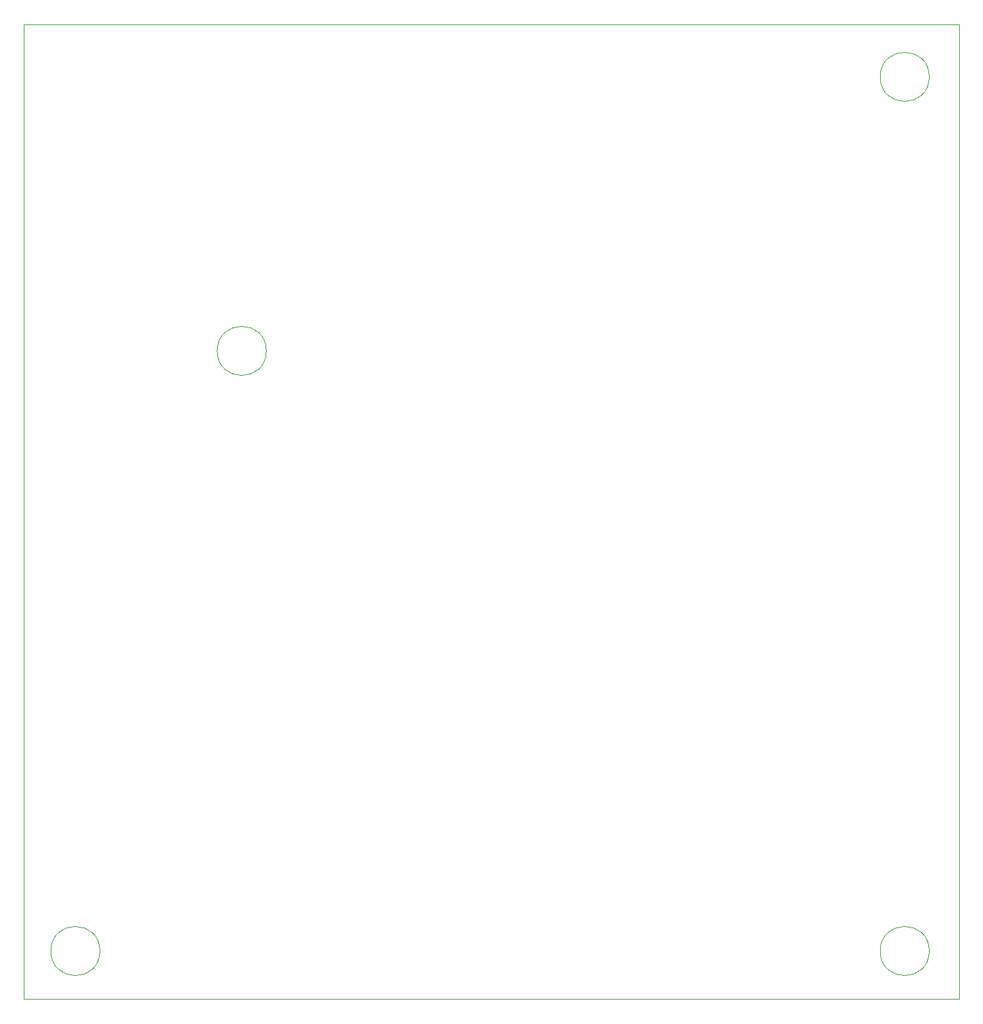
<source format=gbr>
%TF.GenerationSoftware,KiCad,Pcbnew,(6.0.8)*%
%TF.CreationDate,2023-04-21T01:28:30+02:00*%
%TF.ProjectId,load_pcb,6c6f6164-5f70-4636-922e-6b696361645f,rev?*%
%TF.SameCoordinates,Original*%
%TF.FileFunction,Profile,NP*%
%FSLAX46Y46*%
G04 Gerber Fmt 4.6, Leading zero omitted, Abs format (unit mm)*
G04 Created by KiCad (PCBNEW (6.0.8)) date 2023-04-21 01:28:30*
%MOMM*%
%LPD*%
G01*
G04 APERTURE LIST*
%TA.AperFunction,Profile*%
%ADD10C,0.100000*%
%TD*%
G04 APERTURE END LIST*
D10*
X219894892Y-32258000D02*
G75*
G03*
X219894892Y-32258000I-3232892J0D01*
G01*
X219894892Y-147320000D02*
G75*
G03*
X219894892Y-147320000I-3232892J0D01*
G01*
X100646000Y-25400000D02*
X223836000Y-25400000D01*
X223836000Y-25400000D02*
X223836000Y-153670000D01*
X223836000Y-153670000D02*
X100646000Y-153670000D01*
X100646000Y-153670000D02*
X100646000Y-25400000D01*
X110674892Y-147320000D02*
G75*
G03*
X110674892Y-147320000I-3232892J0D01*
G01*
X132588000Y-68326000D02*
G75*
G03*
X132588000Y-68326000I-3232892J0D01*
G01*
M02*

</source>
